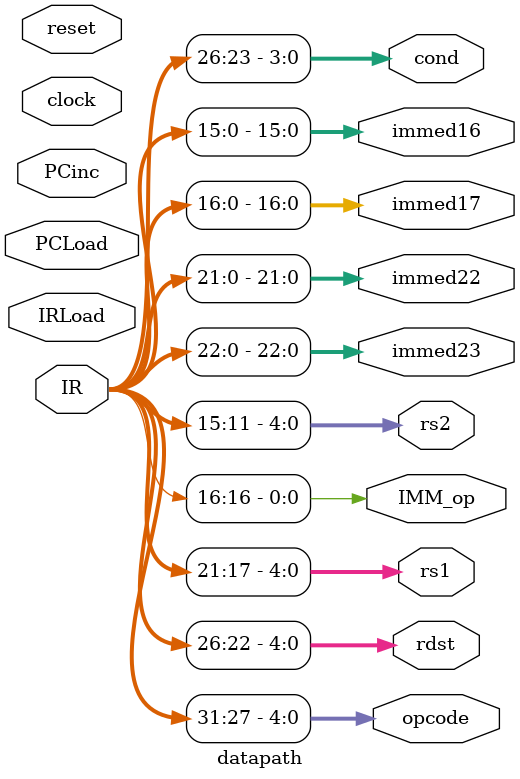
<source format=v>
    `timescale 1ns / 1ps
    
    
   
    module datapath(
        input clock,
        input reset,
        input IRLoad,
        input PCLoad,
        input PCinc,
        input [31:0] IR,
        
        
        output [4:0] opcode,
        output [4:0] rdst,
        output [4:0] rs1,
        output IMM_op,
        output [4:0] rs2,
        output  [22:0] immed23,
        output [21:0] immed22,
        output [16:0] immed17,
        output [15:0] immed16,
        output [3:0] cond
    
        );
     
    
    //ASSIGN THE OUPUTS FOR THE FUCNTION BLOCKS ON THE CONTROL UNIT TO BE ABLE TO IMPLEMENT THE FSM
    
    assign opcode = IR[31:27];
    assign rdst = IR[26:22];
    assign rs1 = IR[21:17];
    assign IMM_op = IR[16];
    assign rs2 = IR[15:11];
    assign immed23 = IR[22:0];
    assign immed22 = IR[21:0];
    assign immed17 = IR[16:0];
    assign immed16 = IR[15:0];
    assign cond = IR [26:23];
    
    

   // assign index = PC;
    endmodule

</source>
